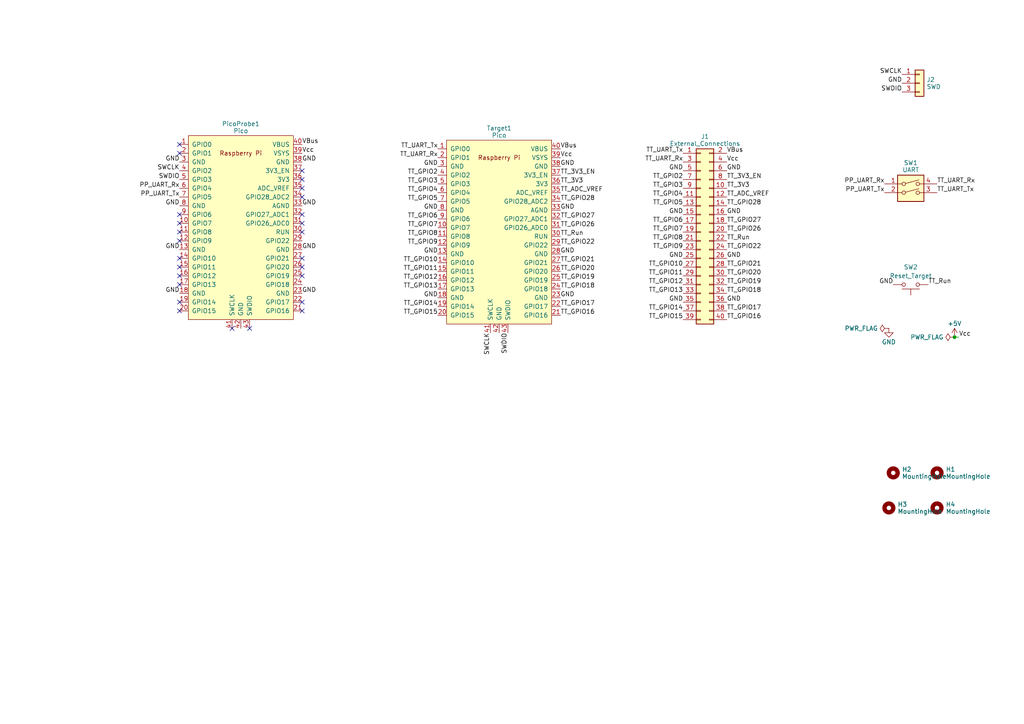
<source format=kicad_sch>
(kicad_sch (version 20230121) (generator eeschema)
  (paper "A4")
  (lib_symbols
    (symbol "Connector_Generic:Conn_01x03" (pin_names (offset 1.016) hide)
      (property "Reference" "J" (at 0 5.08 0))
      (property "Value" "Conn_01x03" (at 0 -5.08 0))
      (symbol "Conn_01x03_1_1"
        (rectangle (start -1.27 -2.413) (end 0 -2.667) (stroke (width 0.1524)))
        (rectangle (start -1.27 0.127) (end 0 -0.127) (stroke (width 0.1524)))
        (rectangle (start -1.27 2.667) (end 0 2.413) (stroke (width 0.1524)))
        (rectangle (start -1.27 3.81) (end 1.27 -3.81) (stroke (width 0.254)) (fill (type background)))
        (pin passive line (at -5.08 2.54 0) (length 3.81) (name "Pin_1") (number "1"))
        (pin passive line (at -5.08 0 0) (length 3.81) (name "Pin_2") (number "2"))
        (pin passive line (at -5.08 -2.54 0) (length 3.81) (name "Pin_3") (number "3"))
      )
    )
    (symbol "Connector_Generic:Conn_02x20_Odd_Even" (pin_names (offset 1.016) hide)
      (property "Reference" "J" (at 1.27 25.4 0))
      (property "Value" "Conn_02x20_Odd_Even" (at 1.27 -27.94 0))
      (symbol "Conn_02x20_Odd_Even_1_1"
        (rectangle (start -1.27 -25.273) (end 0 -25.527) (stroke (width 0.1524)))
        (rectangle (start -1.27 -22.733) (end 0 -22.987) (stroke (width 0.1524)))
        (rectangle (start -1.27 -20.193) (end 0 -20.447) (stroke (width 0.1524)))
        (rectangle (start -1.27 -17.653) (end 0 -17.907) (stroke (width 0.1524)))
        (rectangle (start -1.27 -15.113) (end 0 -15.367) (stroke (width 0.1524)))
        (rectangle (start -1.27 -12.573) (end 0 -12.827) (stroke (width 0.1524)))
        (rectangle (start -1.27 -10.033) (end 0 -10.287) (stroke (width 0.1524)))
        (rectangle (start -1.27 -7.493) (end 0 -7.747) (stroke (width 0.1524)))
        (rectangle (start -1.27 -4.953) (end 0 -5.207) (stroke (width 0.1524)))
        (rectangle (start -1.27 -2.413) (end 0 -2.667) (stroke (width 0.1524)))
        (rectangle (start -1.27 0.127) (end 0 -0.127) (stroke (width 0.1524)))
        (rectangle (start -1.27 2.667) (end 0 2.413) (stroke (width 0.1524)))
        (rectangle (start -1.27 5.207) (end 0 4.953) (stroke (width 0.1524)))
        (rectangle (start -1.27 7.747) (end 0 7.493) (stroke (width 0.1524)))
        (rectangle (start -1.27 10.287) (end 0 10.033) (stroke (width 0.1524)))
        (rectangle (start -1.27 12.827) (end 0 12.573) (stroke (width 0.1524)))
        (rectangle (start -1.27 15.367) (end 0 15.113) (stroke (width 0.1524)))
        (rectangle (start -1.27 17.907) (end 0 17.653) (stroke (width 0.1524)))
        (rectangle (start -1.27 20.447) (end 0 20.193) (stroke (width 0.1524)))
        (rectangle (start -1.27 22.987) (end 0 22.733) (stroke (width 0.1524)))
        (rectangle (start -1.27 24.13) (end 3.81 -26.67) (stroke (width 0.254)) (fill (type background)))
        (rectangle (start 3.81 -25.273) (end 2.54 -25.527) (stroke (width 0.1524)))
        (rectangle (start 3.81 -22.733) (end 2.54 -22.987) (stroke (width 0.1524)))
        (rectangle (start 3.81 -20.193) (end 2.54 -20.447) (stroke (width 0.1524)))
        (rectangle (start 3.81 -17.653) (end 2.54 -17.907) (stroke (width 0.1524)))
        (rectangle (start 3.81 -15.113) (end 2.54 -15.367) (stroke (width 0.1524)))
        (rectangle (start 3.81 -12.573) (end 2.54 -12.827) (stroke (width 0.1524)))
        (rectangle (start 3.81 -10.033) (end 2.54 -10.287) (stroke (width 0.1524)))
        (rectangle (start 3.81 -7.493) (end 2.54 -7.747) (stroke (width 0.1524)))
        (rectangle (start 3.81 -4.953) (end 2.54 -5.207) (stroke (width 0.1524)))
        (rectangle (start 3.81 -2.413) (end 2.54 -2.667) (stroke (width 0.1524)))
        (rectangle (start 3.81 0.127) (end 2.54 -0.127) (stroke (width 0.1524)))
        (rectangle (start 3.81 2.667) (end 2.54 2.413) (stroke (width 0.1524)))
        (rectangle (start 3.81 5.207) (end 2.54 4.953) (stroke (width 0.1524)))
        (rectangle (start 3.81 7.747) (end 2.54 7.493) (stroke (width 0.1524)))
        (rectangle (start 3.81 10.287) (end 2.54 10.033) (stroke (width 0.1524)))
        (rectangle (start 3.81 12.827) (end 2.54 12.573) (stroke (width 0.1524)))
        (rectangle (start 3.81 15.367) (end 2.54 15.113) (stroke (width 0.1524)))
        (rectangle (start 3.81 17.907) (end 2.54 17.653) (stroke (width 0.1524)))
        (rectangle (start 3.81 20.447) (end 2.54 20.193) (stroke (width 0.1524)))
        (rectangle (start 3.81 22.987) (end 2.54 22.733) (stroke (width 0.1524)))
        (pin passive line (at -5.08 22.86 0) (length 3.81) (name "Pin_1") (number "1"))
        (pin passive line (at 7.62 12.7 180) (length 3.81) (name "Pin_10") (number "10"))
        (pin passive line (at -5.08 10.16 0) (length 3.81) (name "Pin_11") (number "11"))
        (pin passive line (at 7.62 10.16 180) (length 3.81) (name "Pin_12") (number "12"))
        (pin passive line (at -5.08 7.62 0) (length 3.81) (name "Pin_13") (number "13"))
        (pin passive line (at 7.62 7.62 180) (length 3.81) (name "Pin_14") (number "14"))
        (pin passive line (at -5.08 5.08 0) (length 3.81) (name "Pin_15") (number "15"))
        (pin passive line (at 7.62 5.08 180) (length 3.81) (name "Pin_16") (number "16"))
        (pin passive line (at -5.08 2.54 0) (length 3.81) (name "Pin_17") (number "17"))
        (pin passive line (at 7.62 2.54 180) (length 3.81) (name "Pin_18") (number "18"))
        (pin passive line (at -5.08 0 0) (length 3.81) (name "Pin_19") (number "19"))
        (pin passive line (at 7.62 22.86 180) (length 3.81) (name "Pin_2") (number "2"))
        (pin passive line (at 7.62 0 180) (length 3.81) (name "Pin_20") (number "20"))
        (pin passive line (at -5.08 -2.54 0) (length 3.81) (name "Pin_21") (number "21"))
        (pin passive line (at 7.62 -2.54 180) (length 3.81) (name "Pin_22") (number "22"))
        (pin passive line (at -5.08 -5.08 0) (length 3.81) (name "Pin_23") (number "23"))
        (pin passive line (at 7.62 -5.08 180) (length 3.81) (name "Pin_24") (number "24"))
        (pin passive line (at -5.08 -7.62 0) (length 3.81) (name "Pin_25") (number "25"))
        (pin passive line (at 7.62 -7.62 180) (length 3.81) (name "Pin_26") (number "26"))
        (pin passive line (at -5.08 -10.16 0) (length 3.81) (name "Pin_27") (number "27"))
        (pin passive line (at 7.62 -10.16 180) (length 3.81) (name "Pin_28") (number "28"))
        (pin passive line (at -5.08 -12.7 0) (length 3.81) (name "Pin_29") (number "29"))
        (pin passive line (at -5.08 20.32 0) (length 3.81) (name "Pin_3") (number "3"))
        (pin passive line (at 7.62 -12.7 180) (length 3.81) (name "Pin_30") (number "30"))
        (pin passive line (at -5.08 -15.24 0) (length 3.81) (name "Pin_31") (number "31"))
        (pin passive line (at 7.62 -15.24 180) (length 3.81) (name "Pin_32") (number "32"))
        (pin passive line (at -5.08 -17.78 0) (length 3.81) (name "Pin_33") (number "33"))
        (pin passive line (at 7.62 -17.78 180) (length 3.81) (name "Pin_34") (number "34"))
        (pin passive line (at -5.08 -20.32 0) (length 3.81) (name "Pin_35") (number "35"))
        (pin passive line (at 7.62 -20.32 180) (length 3.81) (name "Pin_36") (number "36"))
        (pin passive line (at -5.08 -22.86 0) (length 3.81) (name "Pin_37") (number "37"))
        (pin passive line (at 7.62 -22.86 180) (length 3.81) (name "Pin_38") (number "38"))
        (pin passive line (at -5.08 -25.4 0) (length 3.81) (name "Pin_39") (number "39"))
        (pin passive line (at 7.62 20.32 180) (length 3.81) (name "Pin_4") (number "4"))
        (pin passive line (at 7.62 -25.4 180) (length 3.81) (name "Pin_40") (number "40"))
        (pin passive line (at -5.08 17.78 0) (length 3.81) (name "Pin_5") (number "5"))
        (pin passive line (at 7.62 17.78 180) (length 3.81) (name "Pin_6") (number "6"))
        (pin passive line (at -5.08 15.24 0) (length 3.81) (name "Pin_7") (number "7"))
        (pin passive line (at 7.62 15.24 180) (length 3.81) (name "Pin_8") (number "8"))
        (pin passive line (at -5.08 12.7 0) (length 3.81) (name "Pin_9") (number "9"))
      )
    )
    (symbol "MCU_RaspberryPi_and_Boards:Pico" (pin_names (offset 1.016))
      (property "Reference" "U" (at -13.97 27.94 0))
      (property "Value" "Pico" (at 0 19.05 0))
      (symbol "Pico_0_0"
        (text "Raspberry Pi" (at 0 21.59 0) (effects (font (size 1.27 1.27))))
      )
      (symbol "Pico_0_1"
        (rectangle (start -15.24 26.67) (end 15.24 -26.67) (fill (type background)))
      )
      (symbol "Pico_1_1"
        (pin bidirectional line (at -17.78 24.13 0) (length 2.54) (name "GPIO0") (number "1"))
        (pin bidirectional line (at -17.78 1.27 0) (length 2.54) (name "GPIO7") (number "10"))
        (pin bidirectional line (at -17.78 -1.27 0) (length 2.54) (name "GPIO8") (number "11"))
        (pin bidirectional line (at -17.78 -3.81 0) (length 2.54) (name "GPIO9") (number "12"))
        (pin power_in line (at -17.78 -6.35 0) (length 2.54) (name "GND") (number "13"))
        (pin bidirectional line (at -17.78 -8.89 0) (length 2.54) (name "GPIO10") (number "14"))
        (pin bidirectional line (at -17.78 -11.43 0) (length 2.54) (name "GPIO11") (number "15"))
        (pin bidirectional line (at -17.78 -13.97 0) (length 2.54) (name "GPIO12") (number "16"))
        (pin bidirectional line (at -17.78 -16.51 0) (length 2.54) (name "GPIO13") (number "17"))
        (pin power_in line (at -17.78 -19.05 0) (length 2.54) (name "GND") (number "18"))
        (pin bidirectional line (at -17.78 -21.59 0) (length 2.54) (name "GPIO14") (number "19"))
        (pin bidirectional line (at -17.78 21.59 0) (length 2.54) (name "GPIO1") (number "2"))
        (pin bidirectional line (at -17.78 -24.13 0) (length 2.54) (name "GPIO15") (number "20"))
        (pin bidirectional line (at 17.78 -24.13 180) (length 2.54) (name "GPIO16") (number "21"))
        (pin bidirectional line (at 17.78 -21.59 180) (length 2.54) (name "GPIO17") (number "22"))
        (pin power_in line (at 17.78 -19.05 180) (length 2.54) (name "GND") (number "23"))
        (pin bidirectional line (at 17.78 -16.51 180) (length 2.54) (name "GPIO18") (number "24"))
        (pin bidirectional line (at 17.78 -13.97 180) (length 2.54) (name "GPIO19") (number "25"))
        (pin bidirectional line (at 17.78 -11.43 180) (length 2.54) (name "GPIO20") (number "26"))
        (pin bidirectional line (at 17.78 -8.89 180) (length 2.54) (name "GPIO21") (number "27"))
        (pin power_in line (at 17.78 -6.35 180) (length 2.54) (name "GND") (number "28"))
        (pin bidirectional line (at 17.78 -3.81 180) (length 2.54) (name "GPIO22") (number "29"))
        (pin power_in line (at -17.78 19.05 0) (length 2.54) (name "GND") (number "3"))
        (pin input line (at 17.78 -1.27 180) (length 2.54) (name "RUN") (number "30"))
        (pin bidirectional line (at 17.78 1.27 180) (length 2.54) (name "GPIO26_ADC0") (number "31"))
        (pin bidirectional line (at 17.78 3.81 180) (length 2.54) (name "GPIO27_ADC1") (number "32"))
        (pin power_in line (at 17.78 6.35 180) (length 2.54) (name "AGND") (number "33"))
        (pin bidirectional line (at 17.78 8.89 180) (length 2.54) (name "GPIO28_ADC2") (number "34"))
        (pin unspecified line (at 17.78 11.43 180) (length 2.54) (name "ADC_VREF") (number "35"))
        (pin unspecified line (at 17.78 13.97 180) (length 2.54) (name "3V3") (number "36"))
        (pin input line (at 17.78 16.51 180) (length 2.54) (name "3V3_EN") (number "37"))
        (pin bidirectional line (at 17.78 19.05 180) (length 2.54) (name "GND") (number "38"))
        (pin unspecified line (at 17.78 21.59 180) (length 2.54) (name "VSYS") (number "39"))
        (pin bidirectional line (at -17.78 16.51 0) (length 2.54) (name "GPIO2") (number "4"))
        (pin unspecified line (at 17.78 24.13 180) (length 2.54) (name "VBUS") (number "40"))
        (pin input line (at -2.54 -29.21 90) (length 2.54) (name "SWCLK") (number "41"))
        (pin power_in line (at 0 -29.21 90) (length 2.54) (name "GND") (number "42"))
        (pin bidirectional line (at 2.54 -29.21 90) (length 2.54) (name "SWDIO") (number "43"))
        (pin bidirectional line (at -17.78 13.97 0) (length 2.54) (name "GPIO3") (number "5"))
        (pin bidirectional line (at -17.78 11.43 0) (length 2.54) (name "GPIO4") (number "6"))
        (pin bidirectional line (at -17.78 8.89 0) (length 2.54) (name "GPIO5") (number "7"))
        (pin power_in line (at -17.78 6.35 0) (length 2.54) (name "GND") (number "8"))
        (pin bidirectional line (at -17.78 3.81 0) (length 2.54) (name "GPIO6") (number "9"))
      )
    )
    (symbol "Mechanical:MountingHole" (pin_names (offset 1.016))
      (property "Reference" "H" (at 0 5.08 0))
      (property "Value" "MountingHole" (at 0 3.175 0))
      (symbol "MountingHole_0_1"
        (circle (center 0 0) (radius 1.27) (stroke (width 1.27)))
      )
    )
    (symbol "Switch:SW_DIP_x02" (pin_names (offset 0) hide)
      (property "Reference" "SW" (at 0 6.35 0))
      (property "Value" "SW_DIP_x02" (at 0 -3.81 0))
      (symbol "SW_DIP_x02_0_0"
        (circle (center -2.032 0) (radius 0.508))
        (circle (center -2.032 2.54) (radius 0.508))
        (polyline (pts (xy -1.524 0.127) (xy 2.3622 1.1684)))
        (polyline (pts (xy -1.524 2.667) (xy 2.3622 3.7084)))
        (circle (center 2.032 0) (radius 0.508))
        (circle (center 2.032 2.54) (radius 0.508))
      )
      (symbol "SW_DIP_x02_0_1"
        (rectangle (start -3.81 5.08) (end 3.81 -2.54) (stroke (width 0.254)) (fill (type background)))
      )
      (symbol "SW_DIP_x02_1_1"
        (pin passive line (at -7.62 2.54 0) (length 5.08) (name "~") (number "1"))
        (pin passive line (at -7.62 0 0) (length 5.08) (name "~") (number "2"))
        (pin passive line (at 7.62 0 180) (length 5.08) (name "~") (number "3"))
        (pin passive line (at 7.62 2.54 180) (length 5.08) (name "~") (number "4"))
      )
    )
    (symbol "Switch:SW_Push" (pin_numbers hide) (pin_names (offset 1.016) hide)
      (property "Reference" "SW" (at 1.27 2.54 0))
      (property "Value" "SW_Push" (at 0 -1.524 0))
      (symbol "SW_Push_0_1"
        (circle (center -2.032 0) (radius 0.508))
        (polyline (pts (xy 0 1.27) (xy 0 3.048)))
        (polyline (pts (xy 2.54 1.27) (xy -2.54 1.27)))
        (circle (center 2.032 0) (radius 0.508))
        (pin passive line (at -5.08 0 0) (length 2.54) (name "1") (number "1"))
        (pin passive line (at 5.08 0 180) (length 2.54) (name "2") (number "2"))
      )
    )
    (symbol "power:+5V" (power) (pin_names (offset 0))
      (property "Value" "+5V" (at 0 3.556 0))
      (symbol "+5V_0_1"
        (polyline (pts (xy -0.762 1.27) (xy 0 2.54)))
        (polyline (pts (xy 0 0) (xy 0 2.54)))
        (polyline (pts (xy 0 2.54) (xy 0.762 1.27)))
      )
      (symbol "+5V_1_1"
        (pin power_in line (at 0 0 90) (length 0) hide (name "+5V") (number "1"))
      )
    )
    (symbol "power:GND" (power) (pin_names (offset 0))
      (property "Value" "GND" (at 0 -3.81 0))
      (symbol "GND_0_1"
        (polyline (pts (xy 0 0) (xy 0 -1.27) (xy 1.27 -1.27) (xy 0 -2.54) (xy -1.27 -1.27) (xy 0 -1.27)))
      )
      (symbol "GND_1_1"
        (pin power_in line (at 0 0 270) (length 0) hide (name "GND") (number "1"))
      )
    )
    (symbol "power:PWR_FLAG" (power) (pin_numbers hide) (pin_names (offset 0) hide)
      (property "Value" "PWR_FLAG" (at 0 3.81 0))
      (symbol "PWR_FLAG_0_0"
        (pin power_out line (at 0 0 90) (length 0) (name "pwr") (number "1"))
      )
      (symbol "PWR_FLAG_0_1"
        (polyline (pts (xy 0 0) (xy 0 1.27) (xy -1.016 1.905) (xy 0 2.54) (xy 1.016 1.905) (xy 0 1.27)))
      )
    )
  )
  (junction (at 276.86 97.79))
  (no_connect (at 52.07 67.31))
  (no_connect (at 52.07 90.17))
  (no_connect (at 87.63 49.53))
  (no_connect (at 87.63 67.31))
  (no_connect (at 87.63 54.61))
  (no_connect (at 87.63 80.01))
  (no_connect (at 87.63 62.23))
  (no_connect (at 67.31 95.25))
  (no_connect (at 87.63 87.63))
  (no_connect (at 52.07 74.93))
  (no_connect (at 72.39 95.25))
  (no_connect (at 52.07 69.85))
  (no_connect (at 52.07 80.01))
  (no_connect (at 52.07 77.47))
  (no_connect (at 87.63 52.07))
  (no_connect (at 52.07 62.23))
  (no_connect (at 87.63 77.47))
  (no_connect (at 87.63 57.15))
  (no_connect (at 87.63 74.93))
  (no_connect (at 52.07 87.63))
  (no_connect (at 52.07 44.45))
  (no_connect (at 87.63 64.77))
  (no_connect (at 52.07 41.91))
  (no_connect (at 52.07 82.55))
  (no_connect (at 52.07 64.77))
  (no_connect (at 87.63 90.17))
  (wire (pts (xy 278.13 97.79) (xy 276.86 97.79)))
  (label "TT_GPIO3" (at 127 53.34 180))
  (label "TT_GPIO26" (at 210.82 67.31 0))
  (label "TT_UART_Rx" (at 271.78 53.34 0))
  (label "Vcc" (at 210.82 46.99 0))
  (label "TT_GPIO17" (at 162.56 88.9 0))
  (label "TT_Run" (at 210.82 69.85 0))
  (label "TT_GPIO10" (at 127 76.2 180))
  (label "TT_GPIO4" (at 127 55.88 180))
  (label "TT_GPIO14" (at 198.12 90.17 180))
  (label "TT_GPIO2" (at 198.12 52.07 180))
  (label "TT_GPIO8" (at 127 68.58 180))
  (label "GND" (at 162.56 73.66 0))
  (label "TT_GPIO7" (at 198.12 67.31 180))
  (label "TT_GPIO17" (at 210.82 90.17 0))
  (label "SWCLK" (at 261.62 21.59 180))
  (label "GND" (at 52.07 85.09 180))
  (label "TT_ADC_VREF" (at 162.56 55.88 0))
  (label "GND" (at 52.07 72.39 180))
  (label "GND" (at 198.12 49.53 180))
  (label "PP_UART_Rx" (at 256.54 53.34 180))
  (label "TT_GPIO22" (at 162.56 71.12 0))
  (label "TT_GPIO19" (at 162.56 81.28 0))
  (label "TT_GPIO12" (at 198.12 82.55 180))
  (label "VBus" (at 210.82 44.45 0))
  (label "GND" (at 198.12 87.63 180))
  (label "TT_3V3_EN" (at 210.82 52.07 0))
  (label "GND" (at 127 48.26 180))
  (label "TT_GPIO15" (at 127 91.44 180))
  (label "GND" (at 162.56 86.36 0))
  (label "SWDIO" (at 52.07 52.07 180))
  (label "GND" (at 198.12 62.23 180))
  (label "TT_GPIO18" (at 210.82 85.09 0))
  (label "TT_3V3" (at 210.82 54.61 0))
  (label "TT_GPIO5" (at 198.12 59.69 180))
  (label "TT_Run" (at 162.56 68.58 0))
  (label "TT_UART_Rx" (at 198.12 46.99 180))
  (label "TT_GPIO13" (at 127 83.82 180))
  (label "GND" (at 210.82 87.63 0))
  (label "GND" (at 52.07 46.99 180))
  (label "TT_GPIO9" (at 127 71.12 180))
  (label "TT_GPIO11" (at 127 78.74 180))
  (label "TT_GPIO14" (at 127 88.9 180))
  (label "TT_GPIO16" (at 210.82 92.71 0))
  (label "TT_GPIO21" (at 210.82 77.47 0))
  (label "TT_GPIO21" (at 162.56 76.2 0))
  (label "Vcc" (at 278.13 97.79 0))
  (label "GND" (at 162.56 60.96 0))
  (label "TT_UART_Tx" (at 271.78 55.88 0))
  (label "TT_GPIO6" (at 127 63.5 180))
  (label "TT_3V3" (at 162.56 53.34 0))
  (label "TT_GPIO15" (at 198.12 92.71 180))
  (label "TT_GPIO12" (at 127 81.28 180))
  (label "GND" (at 87.63 46.99 0))
  (label "GND" (at 259.08 82.55 180))
  (label "VBus" (at 162.56 43.18 0))
  (label "GND" (at 198.12 74.93 180))
  (label "GND" (at 87.63 72.39 0))
  (label "TT_GPIO8" (at 198.12 69.85 180))
  (label "GND" (at 127 60.96 180))
  (label "TT_UART_Rx" (at 127 45.72 180))
  (label "TT_GPIO26" (at 162.56 66.04 0))
  (label "TT_GPIO6" (at 198.12 64.77 180))
  (label "TT_GPIO9" (at 198.12 72.39 180))
  (label "TT_GPIO4" (at 198.12 57.15 180))
  (label "TT_GPIO13" (at 198.12 85.09 180))
  (label "TT_GPIO10" (at 198.12 77.47 180))
  (label "GND" (at 127 86.36 180))
  (label "TT_GPIO20" (at 210.82 80.01 0))
  (label "GND" (at 210.82 49.53 0))
  (label "TT_GPIO2" (at 127 50.8 180))
  (label "SWCLK" (at 52.07 49.53 180))
  (label "TT_GPIO7" (at 127 66.04 180))
  (label "GND" (at 87.63 59.69 0))
  (label "SWCLK" (at 142.24 96.52 270))
  (label "PP_UART_Tx" (at 256.54 55.88 180))
  (label "GND" (at 52.07 59.69 180))
  (label "TT_GPIO3" (at 198.12 54.61 180))
  (label "TT_GPIO28" (at 210.82 59.69 0))
  (label "GND" (at 210.82 62.23 0))
  (label "TT_ADC_VREF" (at 210.82 57.15 0))
  (label "SWDIO" (at 261.62 26.67 180))
  (label "Vcc" (at 162.56 45.72 0))
  (label "TT_3V3_EN" (at 162.56 50.8 0))
  (label "TT_UART_Tx" (at 127 43.18 180))
  (label "VBus" (at 87.63 41.91 0))
  (label "GND" (at 162.56 48.26 0))
  (label "TT_GPIO20" (at 162.56 78.74 0))
  (label "TT_UART_Tx" (at 198.12 44.45 180))
  (label "TT_GPIO18" (at 162.56 83.82 0))
  (label "Vcc" (at 87.63 44.45 0))
  (label "TT_GPIO11" (at 198.12 80.01 180))
  (label "TT_GPIO5" (at 127 58.42 180))
  (label "GND" (at 127 73.66 180))
  (label "TT_GPIO28" (at 162.56 58.42 0))
  (label "TT_GPIO19" (at 210.82 82.55 0))
  (label "GND" (at 87.63 85.09 0))
  (label "PP_UART_Rx" (at 52.07 54.61 180))
  (label "GND" (at 210.82 74.93 0))
  (label "PP_UART_Tx" (at 52.07 57.15 180))
  (label "TT_GPIO27" (at 210.82 64.77 0))
  (label "TT_GPIO22" (at 210.82 72.39 0))
  (label "SWDIO" (at 147.32 96.52 270))
  (label "TT_Run" (at 269.24 82.55 0))
  (label "TT_GPIO16" (at 162.56 91.44 0))
  (label "TT_GPIO27" (at 162.56 63.5 0))
  (label "GND" (at 261.62 24.13 180))
  (symbol (lib_id "Switch:SW_Push") (at 264.16 82.55 180) (unit 1)
    (property "Reference" "SW2" (at 264.16 77.47 0))
    (property "Value" "Reset_Target" (at 264.16 80.01 0))
    (property "Footprint" "ThePCSite:Alps_SKRGAFD010" (effects hide))
  )
  (symbol (lib_id "Connector_Generic:Conn_02x20_Odd_Even") (at 203.2 67.31 0) (unit 1)
    (property "Reference" "J1" (at 204.47 39.6 0))
    (property "Value" "External_Connections" (at 204.47 41.648 0))
    (property "Footprint" "Connector_PinHeader_2.54mm:PinHeader_2x20_P2.54mm_Vertical" (effects hide))
  )
  (symbol (lib_id "Mechanical:MountingHole") (at 271.78 147.32 0) (unit 1)
    (property "Reference" "H4" (at 274.32 146.296 0) (effects (justify left)))
    (property "Value" "MountingHole" (at 274.32 148.344 0) (effects (justify left)))
    (property "Footprint" "MountingHole:MountingHole_2.5mm" (effects hide))
  )
  (symbol (lib_id "MCU_RaspberryPi_and_Boards:Pico") (at 144.78 67.31 0) (unit 1)
    (property "Reference" "Target1" (at 144.78 37.187 0))
    (property "Value" "Pico" (at 144.78 39.235 0))
    (property "Footprint" "MCU_RaspberryPi_and_Boards:RPi_Pico_W_SMD_TH" (effects hide))
  )
  (symbol (lib_id "Connector_Generic:Conn_01x03") (at 266.7 24.13 0) (unit 1)
    (property "Reference" "J2" (at 268.732 23.106 0) (effects (justify left)))
    (property "Value" "SWD" (at 268.732 25.154 0) (effects (justify left)))
    (property "Footprint" "Connector_PinHeader_2.54mm:PinHeader_1x03_P2.54mm_Vertical" (effects hide))
  )
  (symbol (lib_id "power:PWR_FLAG") (at 276.86 97.79 90) (unit 1)
    (property "Reference" "#FLG01" (effects hide))
    (property "Value" "PWR_FLAG" (at 273.6851 97.79 90) (effects (justify left)))
  )
  (symbol (lib_id "MCU_RaspberryPi_and_Boards:Pico") (at 69.85 66.04 0) (unit 1)
    (property "Reference" "PicoProbe1" (at 69.85 35.917 0))
    (property "Value" "Pico" (at 69.85 37.965 0))
    (property "Footprint" "MCU_RaspberryPi_and_Boards:RPi_Pico_SMD_TH" (effects hide))
  )
  (symbol (lib_id "power:+5V") (at 276.86 97.79 0) (unit 1)
    (property "Reference" "#PWR01" (effects hide))
    (property "Value" "+5V" (at 276.86 93.845 0))
  )
  (symbol (lib_id "Mechanical:MountingHole") (at 257.81 147.32 0) (unit 1)
    (property "Reference" "H3" (at 260.35 146.296 0) (effects (justify left)))
    (property "Value" "MountingHole" (at 260.35 148.344 0) (effects (justify left)))
    (property "Footprint" "MountingHole:MountingHole_2.5mm" (effects hide))
  )
  (symbol (lib_id "Switch:SW_DIP_x02") (at 264.16 55.88 0) (unit 1)
    (property "Reference" "SW1" (at 264.16 47.22 0))
    (property "Value" "UART" (at 264.16 49.268 0))
    (property "Footprint" "Button_Switch_THT:SW_DIP_SPSTx02_Slide_9.78x7.26mm_W7.62mm_P2.54mm" (effects hide))
  )
  (symbol (lib_id "power:PWR_FLAG") (at 257.81 95.25 90) (unit 1)
    (property "Reference" "#FLG02" (effects hide))
    (property "Value" "PWR_FLAG" (at 254.6351 95.25 90) (effects (justify left)))
  )
  (symbol (lib_id "power:GND") (at 257.81 95.25 0) (unit 1)
    (property "Reference" "#PWR02" (effects hide))
    (property "Value" "GND" (at 257.81 99.195 0))
  )
  (symbol (lib_id "Mechanical:MountingHole") (at 259.08 137.16 0) (unit 1)
    (property "Reference" "H2" (at 261.62 136.136 0) (effects (justify left)))
    (property "Value" "MountingHole" (at 261.62 138.184 0) (effects (justify left)))
    (property "Footprint" "MountingHole:MountingHole_2.5mm" (effects hide))
  )
  (symbol (lib_id "Mechanical:MountingHole") (at 271.78 137.16 0) (unit 1)
    (property "Reference" "H1" (at 274.32 136.136 0) (effects (justify left)))
    (property "Value" "MountingHole" (at 274.32 138.184 0) (effects (justify left)))
    (property "Footprint" "MountingHole:MountingHole_2.5mm" (effects hide))
  )
)
</source>
